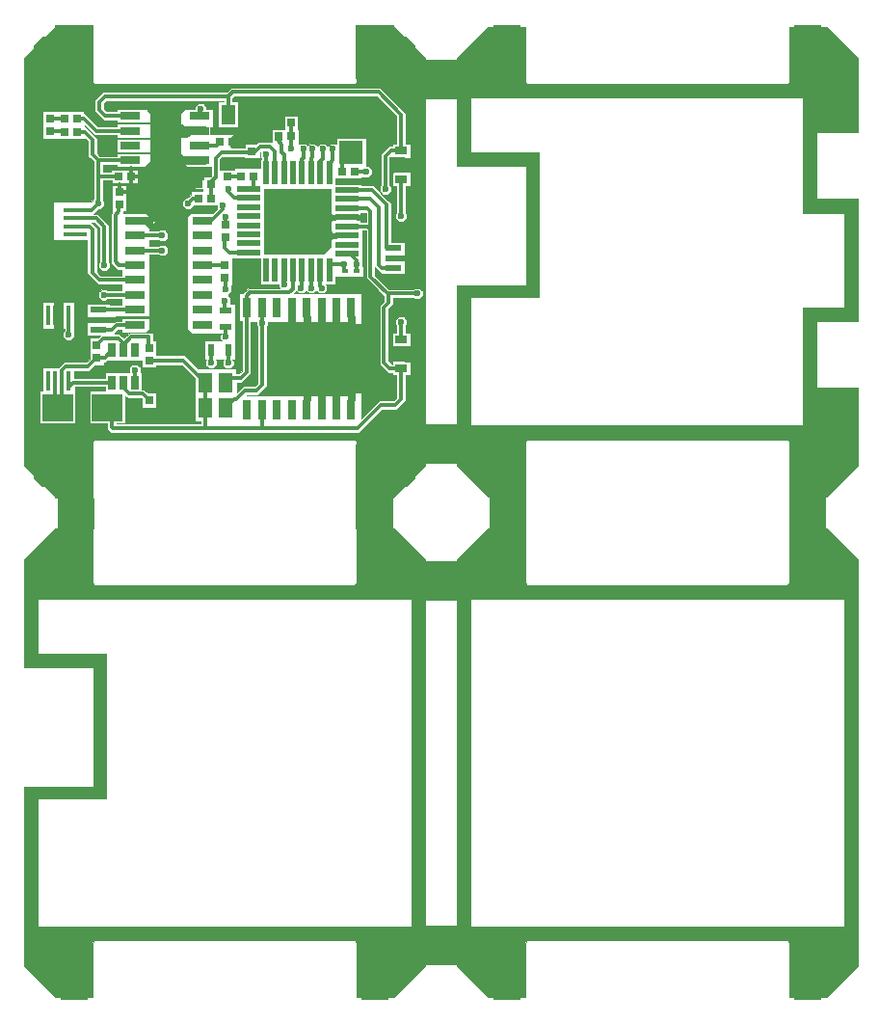
<source format=gbr>
%FSLAX34Y34*%
%MOMM*%
%LNCOPPER_TOP*%
G71*
G01*
%ADD10R, 2.10X0.40*%
%ADD11R, 1.90X2.30*%
%ADD12R, 2.20X7.80*%
%ADD13C, 0.30*%
%ADD14R, 0.50X2.00*%
%ADD15R, 2.00X0.50*%
%ADD16R, 1.40X0.50*%
%ADD17C, 0.10*%
%ADD18R, 0.60X0.40*%
%ADD19R, 2.70X2.40*%
%ADD20R, 0.40X1.80*%
%ADD21R, 0.70X1.20*%
%ADD22R, 0.80X0.70*%
%ADD23R, 1.80X0.70*%
%ADD24R, 1.10X0.60*%
%ADD25R, 0.60X1.10*%
%ADD26R, 0.70X0.80*%
%ADD27R, 2.70X4.30*%
%ADD28R, 1.30X1.80*%
%ADD29C, 0.60*%
%ADD30R, 3.50X4.80*%
%ADD31R, 2.00X2.00*%
%ADD32R, 0.70X1.80*%
%ADD33R, 1.10X1.40*%
%ADD34R, 1.00X0.70*%
%ADD35C, 1.00*%
%ADD36R, 0.50X1.20*%
%LPD*%
G36*
X685000Y993000D02*
X709000Y993000D01*
X709000Y945000D01*
X685000Y945000D01*
X685000Y993000D01*
G37*
G36*
X685000Y625000D02*
X709000Y625000D01*
X709000Y577000D01*
X685000Y577000D01*
X685000Y625000D01*
G37*
G36*
X421000Y625000D02*
X445000Y625000D01*
X445000Y577000D01*
X421000Y577000D01*
X421000Y625000D01*
G37*
G36*
X41000Y553000D02*
X65000Y553000D01*
X65000Y505000D01*
X41000Y505000D01*
X41000Y553000D01*
G37*
G36*
X305000Y553000D02*
X329000Y553000D01*
X329000Y505000D01*
X305000Y505000D01*
X305000Y553000D01*
G37*
G36*
X305000Y185000D02*
X329000Y185000D01*
X329000Y137000D01*
X305000Y137000D01*
X305000Y185000D01*
G37*
G36*
X41000Y185000D02*
X65000Y185000D01*
X65000Y137000D01*
X41000Y137000D01*
X41000Y185000D01*
G37*
G36*
X421000Y553000D02*
X445000Y553000D01*
X445000Y505000D01*
X421000Y505000D01*
X421000Y553000D01*
G37*
G36*
X685000Y553000D02*
X709000Y553000D01*
X709000Y505000D01*
X685000Y505000D01*
X685000Y553000D01*
G37*
G36*
X685000Y185000D02*
X709000Y185000D01*
X709000Y137000D01*
X685000Y137000D01*
X685000Y185000D01*
G37*
G36*
X421000Y185000D02*
X445000Y185000D01*
X445000Y137000D01*
X421000Y137000D01*
X421000Y185000D01*
G37*
X54000Y830000D02*
G54D10*
D03*
X54000Y823000D02*
G54D10*
D03*
X54000Y816000D02*
G54D10*
D03*
X54000Y802000D02*
G54D10*
D03*
X54000Y809000D02*
G54D10*
D03*
X51000Y849000D02*
G54D11*
D03*
X52000Y784000D02*
G54D11*
D03*
X24000Y816000D02*
G54D12*
D03*
G36*
X35000Y854000D02*
X42000Y854000D01*
X42000Y842000D01*
X33000Y842000D01*
X32000Y843000D01*
X35000Y854000D01*
G37*
G54D13*
X35000Y854000D02*
X42000Y854000D01*
X42000Y842000D01*
X33000Y842000D01*
X32000Y843000D01*
X35000Y854000D01*
X221000Y863000D02*
G54D14*
D03*
X229000Y863000D02*
G54D14*
D03*
X237000Y863000D02*
G54D14*
D03*
X245000Y863000D02*
G54D14*
D03*
X253000Y863000D02*
G54D14*
D03*
X261000Y863000D02*
G54D14*
D03*
X269000Y863000D02*
G54D14*
D03*
X277000Y863000D02*
G54D14*
D03*
X221000Y778000D02*
G54D14*
D03*
X229000Y778000D02*
G54D14*
D03*
X237000Y778000D02*
G54D14*
D03*
X245000Y778000D02*
G54D14*
D03*
X253000Y778000D02*
G54D14*
D03*
X261000Y778000D02*
G54D14*
D03*
X269000Y778000D02*
G54D14*
D03*
X277000Y778000D02*
G54D14*
D03*
X292000Y848000D02*
G54D15*
D03*
X292000Y840000D02*
G54D15*
D03*
X292000Y832000D02*
G54D15*
D03*
X292000Y824000D02*
G54D15*
D03*
X292000Y816000D02*
G54D15*
D03*
X292000Y808000D02*
G54D15*
D03*
X292000Y800000D02*
G54D15*
D03*
X292000Y792000D02*
G54D15*
D03*
X206000Y849000D02*
G54D15*
D03*
X206000Y841000D02*
G54D15*
D03*
X206000Y833000D02*
G54D15*
D03*
X206000Y825000D02*
G54D15*
D03*
X206000Y817000D02*
G54D15*
D03*
X206000Y809000D02*
G54D15*
D03*
X206000Y801000D02*
G54D15*
D03*
X206000Y793000D02*
G54D15*
D03*
X333000Y797000D02*
G54D16*
D03*
X333000Y788000D02*
G54D16*
D03*
X333000Y779000D02*
G54D16*
D03*
G36*
X282000Y826000D02*
X280000Y826000D01*
X278000Y828000D01*
X278000Y849000D01*
X220000Y849000D01*
X220000Y792000D01*
X272000Y792000D01*
X278000Y798000D01*
X278000Y804000D01*
X280000Y806000D01*
X283000Y806000D01*
X283000Y810000D01*
X280000Y810000D01*
X278000Y812000D01*
X278000Y820000D01*
X280000Y822000D01*
X282000Y822000D01*
X282000Y826000D01*
G37*
G54D17*
X282000Y826000D02*
X280000Y826000D01*
X278000Y828000D01*
X278000Y849000D01*
X220000Y849000D01*
X220000Y792000D01*
X272000Y792000D01*
X278000Y798000D01*
X278000Y804000D01*
X280000Y806000D01*
X283000Y806000D01*
X283000Y810000D01*
X280000Y810000D01*
X278000Y812000D01*
X278000Y820000D01*
X280000Y822000D01*
X282000Y822000D01*
X282000Y826000D01*
X290500Y776500D02*
G54D18*
D03*
X290500Y769500D02*
G54D18*
D03*
X300500Y776500D02*
G54D18*
D03*
X300500Y769500D02*
G54D18*
D03*
X38000Y657000D02*
G54D19*
D03*
X82000Y657000D02*
G54D19*
D03*
X48000Y738000D02*
G54D20*
D03*
X42000Y738000D02*
G54D20*
D03*
X36000Y738000D02*
G54D20*
D03*
X30000Y738000D02*
G54D20*
D03*
X48000Y680000D02*
G54D20*
D03*
X42000Y680000D02*
G54D20*
D03*
X36000Y680000D02*
G54D20*
D03*
X30000Y680000D02*
G54D20*
D03*
X86000Y679000D02*
G54D21*
D03*
X96000Y679000D02*
G54D21*
D03*
X106000Y679000D02*
G54D21*
D03*
X86000Y707000D02*
G54D21*
D03*
X96000Y707000D02*
G54D21*
D03*
X106000Y707000D02*
G54D21*
D03*
X118500Y663500D02*
G54D22*
D03*
X118500Y652500D02*
G54D22*
D03*
X72500Y711500D02*
G54D22*
D03*
X72500Y700500D02*
G54D22*
D03*
X106000Y821000D02*
G54D23*
D03*
X106000Y808000D02*
G54D23*
D03*
X106000Y795000D02*
G54D23*
D03*
X106000Y782000D02*
G54D23*
D03*
X106000Y769000D02*
G54D23*
D03*
X106000Y756000D02*
G54D23*
D03*
X106000Y743000D02*
G54D23*
D03*
X106000Y729000D02*
G54D23*
D03*
X165000Y821000D02*
G54D23*
D03*
X165000Y808000D02*
G54D23*
D03*
X165000Y795000D02*
G54D23*
D03*
X165000Y782000D02*
G54D23*
D03*
X165000Y769000D02*
G54D23*
D03*
X165000Y756000D02*
G54D23*
D03*
X165000Y743000D02*
G54D23*
D03*
X165000Y729000D02*
G54D23*
D03*
G54D13*
X106000Y808000D02*
X130000Y808000D01*
G54D13*
X106000Y795000D02*
X130000Y795000D01*
G36*
X119000Y820000D02*
X119000Y824000D01*
X114000Y829000D01*
X157000Y829000D01*
X152000Y824000D01*
X152000Y818000D01*
X122000Y818000D01*
X125000Y821000D01*
X121000Y821000D01*
X121000Y820000D01*
X119000Y820000D01*
G37*
G54D17*
X119000Y820000D02*
X119000Y824000D01*
X114000Y829000D01*
X157000Y829000D01*
X152000Y824000D01*
X152000Y818000D01*
X122000Y818000D01*
X125000Y821000D01*
X121000Y821000D01*
X121000Y820000D01*
X119000Y820000D01*
G36*
X119000Y820000D02*
X119000Y812000D01*
X127000Y812000D01*
X128000Y813000D01*
X132000Y813000D01*
X135000Y810000D01*
X152000Y810000D01*
X152000Y818000D01*
X122000Y818000D01*
X121000Y817000D01*
X121000Y820000D01*
X119000Y820000D01*
G37*
G54D17*
X119000Y820000D02*
X119000Y812000D01*
X127000Y812000D01*
X128000Y813000D01*
X132000Y813000D01*
X135000Y810000D01*
X152000Y810000D01*
X152000Y818000D01*
X122000Y818000D01*
X121000Y817000D01*
X121000Y820000D01*
X119000Y820000D01*
G36*
X119000Y804000D02*
X127000Y804000D01*
X128000Y803000D01*
X132000Y803000D01*
X135000Y806000D01*
X135000Y810000D01*
X152000Y810000D01*
X152000Y726000D01*
X119000Y726000D01*
X119000Y791000D01*
X127000Y791000D01*
X128000Y790000D01*
X132000Y790000D01*
X135000Y793000D01*
X135000Y797000D01*
X132000Y800000D01*
X128000Y800000D01*
X127000Y799000D01*
X119000Y799000D01*
X119000Y804000D01*
G37*
G54D17*
X119000Y804000D02*
X127000Y804000D01*
X128000Y803000D01*
X132000Y803000D01*
X135000Y806000D01*
X135000Y810000D01*
X152000Y810000D01*
X152000Y726000D01*
X119000Y726000D01*
X119000Y791000D01*
X127000Y791000D01*
X128000Y790000D01*
X132000Y790000D01*
X135000Y793000D01*
X135000Y797000D01*
X132000Y800000D01*
X128000Y800000D01*
X127000Y799000D01*
X119000Y799000D01*
X119000Y804000D01*
G36*
X119000Y824000D02*
X119000Y814000D01*
X114000Y819000D01*
X114000Y824000D01*
X119000Y824000D01*
G37*
G54D17*
X119000Y824000D02*
X119000Y814000D01*
X114000Y819000D01*
X114000Y824000D01*
X119000Y824000D01*
X74000Y743000D02*
G54D16*
D03*
X74000Y734000D02*
G54D16*
D03*
X74000Y725000D02*
G54D16*
D03*
X185500Y742500D02*
G54D24*
D03*
X185500Y727500D02*
G54D24*
D03*
X173000Y707000D02*
G54D25*
D03*
X188000Y707000D02*
G54D25*
D03*
X184595Y782000D02*
G54D22*
D03*
X184595Y771000D02*
G54D22*
D03*
X192000Y890000D02*
G54D26*
D03*
X181000Y890000D02*
G54D26*
D03*
X102000Y913000D02*
G54D23*
D03*
X102000Y900000D02*
G54D23*
D03*
X102000Y887000D02*
G54D23*
D03*
X102000Y874000D02*
G54D23*
D03*
X163000Y913000D02*
G54D23*
D03*
X163000Y900000D02*
G54D23*
D03*
X163000Y887000D02*
G54D23*
D03*
X163000Y874000D02*
G54D23*
D03*
X133000Y894000D02*
G54D27*
D03*
G36*
X168000Y902000D02*
X149000Y902000D01*
X146000Y905000D01*
X141000Y905000D01*
X141000Y874000D01*
X146000Y874000D01*
X147000Y873000D01*
X148000Y873000D01*
X149000Y872000D01*
X168000Y872000D01*
X168000Y876000D01*
X148000Y876000D01*
X145000Y879000D01*
X145000Y895000D01*
X152000Y895000D01*
X155000Y898000D01*
X161000Y898000D01*
X163000Y900000D01*
X166000Y900000D01*
X168000Y902000D01*
G37*
G54D13*
X168000Y902000D02*
X149000Y902000D01*
X146000Y905000D01*
X141000Y905000D01*
X141000Y874000D01*
X146000Y874000D01*
X147000Y873000D01*
X148000Y873000D01*
X149000Y872000D01*
X168000Y872000D01*
X168000Y876000D01*
X148000Y876000D01*
X145000Y879000D01*
X145000Y895000D01*
X152000Y895000D01*
X155000Y898000D01*
X161000Y898000D01*
X163000Y900000D01*
X166000Y900000D01*
X168000Y902000D01*
X188000Y914000D02*
G54D28*
D03*
X206000Y914000D02*
G54D28*
D03*
X55000Y911000D02*
G54D26*
D03*
X44000Y911000D02*
G54D26*
D03*
X55000Y899000D02*
G54D26*
D03*
X44000Y899000D02*
G54D26*
D03*
X31500Y910500D02*
G54D22*
D03*
X31500Y899500D02*
G54D22*
D03*
X118500Y709500D02*
G54D22*
D03*
X118500Y698500D02*
G54D22*
D03*
X243000Y884000D02*
G54D29*
D03*
X254000Y884000D02*
G54D29*
D03*
X262000Y884000D02*
G54D29*
D03*
X271000Y884000D02*
G54D29*
D03*
X280000Y884000D02*
G54D29*
D03*
G54D13*
X280000Y884000D02*
X280000Y874000D01*
X277000Y871000D01*
X277000Y863000D01*
G54D13*
X271000Y884000D02*
X271000Y875000D01*
X269000Y873000D01*
X269000Y863000D01*
G54D13*
X262000Y884000D02*
X262000Y877000D01*
X261000Y876000D01*
X261000Y863000D01*
G54D13*
X254000Y884000D02*
X254000Y876000D01*
X253000Y875000D01*
X253000Y866000D01*
X326000Y849000D02*
G54D29*
D03*
X340000Y825000D02*
G54D29*
D03*
X340000Y732000D02*
G54D29*
D03*
X354000Y757000D02*
G54D29*
D03*
X290000Y783000D02*
G54D29*
D03*
X301000Y783000D02*
G54D29*
D03*
G54D13*
X333000Y797000D02*
X327000Y797000D01*
X327000Y835000D01*
X314000Y848000D01*
X292000Y848000D01*
G54D13*
X333000Y779000D02*
X323000Y779000D01*
X320000Y782000D01*
X320000Y833000D01*
X313000Y840000D01*
X292000Y840000D01*
G54D13*
X340000Y883000D02*
X331000Y883000D01*
X326000Y878000D01*
X326000Y849000D01*
G54D13*
X340000Y857000D02*
X340000Y825000D01*
G54D13*
X340000Y691000D02*
X340000Y677000D01*
G54D13*
X340000Y732000D02*
X340000Y717000D01*
G54D13*
X292000Y816000D02*
X310000Y816000D01*
X313000Y813000D01*
X313000Y772000D01*
X328000Y757000D01*
X354000Y757000D01*
G54D13*
X269000Y778000D02*
X269000Y763000D01*
X270000Y762000D01*
G54D13*
X261000Y778000D02*
X261000Y762000D01*
X261000Y762000D02*
G54D29*
D03*
X270000Y762000D02*
G54D29*
D03*
X186000Y719000D02*
G54D29*
D03*
X188000Y696000D02*
G54D29*
D03*
X130000Y808000D02*
G54D29*
D03*
X130000Y795000D02*
G54D29*
D03*
X185000Y751000D02*
G54D29*
D03*
X173000Y696000D02*
G54D29*
D03*
G54D13*
X72500Y711500D02*
X78500Y717500D01*
X91500Y717500D01*
X96000Y713000D01*
X96000Y707000D01*
X96000Y712000D01*
X103000Y719000D01*
X118000Y719000D01*
X118000Y711000D01*
X118500Y710500D01*
G54D13*
X48000Y675000D02*
X52000Y679000D01*
X86000Y679000D01*
X106000Y690000D02*
G54D29*
D03*
X48000Y721000D02*
G54D29*
D03*
G54D13*
X48000Y738000D02*
X48000Y721000D01*
G54D13*
X106000Y690000D02*
X106000Y677000D01*
G54D13*
X74000Y743000D02*
X106000Y743000D01*
G54D13*
X74000Y725000D02*
X86000Y725000D01*
X90000Y729000D01*
X106000Y729000D01*
G54D13*
X54000Y816000D02*
X66000Y816000D01*
X69000Y813000D01*
X69000Y775000D01*
X75000Y769000D01*
X106000Y769000D01*
G54D13*
X54000Y823000D02*
X72000Y823000D01*
X79000Y816000D01*
X79000Y782000D01*
G54D13*
X106000Y756000D02*
X79000Y756000D01*
X79000Y782000D02*
G54D29*
D03*
X79000Y756000D02*
G54D29*
D03*
G54D13*
X31500Y899500D02*
X41500Y899500D01*
X42000Y900000D01*
G54D13*
X31500Y910500D02*
X41500Y910500D01*
X42000Y911000D01*
G54D13*
X55000Y911000D02*
X61000Y911000D01*
X72000Y900000D01*
X102000Y900000D01*
G54D13*
X55000Y899000D02*
X62000Y899000D01*
X69000Y892000D01*
X69000Y879000D01*
X74000Y874000D01*
X102000Y874000D01*
G54D13*
X54000Y830000D02*
X68000Y830000D01*
X74000Y836000D01*
X74000Y874000D01*
G54D13*
X165000Y821000D02*
X173000Y821000D01*
X183000Y831000D01*
X183000Y834000D01*
X183000Y834000D02*
G54D29*
D03*
X74000Y836000D02*
G54D29*
D03*
G54D13*
X188000Y914000D02*
X188000Y930000D01*
G54D13*
X102000Y913000D02*
X80000Y913000D01*
X75000Y918000D01*
X75000Y925000D01*
X80000Y930000D01*
G54D13*
X86000Y657000D02*
X86000Y640000D01*
G54D13*
X86000Y640000D02*
X87000Y639000D01*
X302000Y639000D01*
X322000Y659000D01*
X335000Y659000D01*
X340000Y664000D01*
X340000Y677000D01*
G54D13*
X340000Y883000D02*
X340000Y914000D01*
X320000Y934000D01*
X192000Y934000D01*
X188000Y930000D01*
X80000Y930000D01*
X53000Y969000D02*
G54D30*
D03*
X317000Y969000D02*
G54D30*
D03*
X317000Y601000D02*
G54D30*
D03*
X53000Y601000D02*
G54D30*
D03*
X185500Y817500D02*
G54D22*
D03*
X185500Y806500D02*
G54D22*
D03*
G54D13*
X167000Y782000D02*
X184595Y782000D01*
X185437Y781158D01*
X186000Y824000D02*
G54D29*
D03*
G54D13*
X186000Y824000D02*
X186000Y818000D01*
X185500Y817500D01*
G54D13*
X253000Y778000D02*
X253000Y763000D01*
X252000Y762000D01*
X252000Y762000D02*
G54D29*
D03*
X186000Y761000D02*
G54D29*
D03*
G54D13*
X185437Y770158D02*
X185437Y761563D01*
X186000Y761000D01*
X164000Y919000D02*
G54D29*
D03*
G54D13*
X164000Y919000D02*
X164000Y914000D01*
X163000Y913000D01*
X92437Y846158D02*
G54D22*
D03*
X92437Y835158D02*
G54D22*
D03*
G54D13*
X106000Y782000D02*
X92000Y782000D01*
X89000Y785000D01*
X89000Y826000D01*
X92000Y829000D01*
X92000Y834721D01*
X92437Y835158D01*
X102938Y859658D02*
G54D26*
D03*
X91938Y859658D02*
G54D26*
D03*
G54D13*
X91938Y859658D02*
X74342Y859658D01*
X74000Y860000D01*
X243000Y907000D02*
G54D26*
D03*
X232000Y907000D02*
G54D26*
D03*
X187000Y860000D02*
G54D22*
D03*
X187000Y871000D02*
G54D22*
D03*
X199000Y860000D02*
G54D26*
D03*
X210000Y860000D02*
G54D26*
D03*
G54D13*
X165000Y887000D02*
X178000Y887000D01*
X181000Y890000D01*
G54D13*
X210000Y860000D02*
X210000Y849000D01*
X299000Y864000D02*
G54D26*
D03*
X288000Y864000D02*
G54D26*
D03*
G54D13*
X221000Y863000D02*
X221000Y876000D01*
X221000Y879000D01*
G54D13*
X301000Y783000D02*
X301000Y786000D01*
X295000Y792000D01*
G54D13*
X290000Y783000D02*
X277000Y783000D01*
G54D13*
X301000Y783000D02*
X301000Y777000D01*
X300500Y776500D01*
G54D13*
X290000Y783000D02*
X290000Y777000D01*
X290500Y776500D01*
G54D13*
X173000Y707000D02*
X173000Y696000D01*
G54D13*
X188000Y707000D02*
X188000Y696000D01*
G54D13*
X206000Y793000D02*
X189000Y793000D01*
X185000Y797000D01*
X185000Y806000D01*
X185500Y806500D01*
X296000Y881000D02*
G54D31*
D03*
X296000Y918000D02*
G54D31*
D03*
G54D13*
X288000Y864000D02*
X288000Y880000D01*
X309000Y864000D02*
G54D29*
D03*
G54D13*
X309000Y864000D02*
X299000Y864000D01*
X221000Y879000D02*
G54D29*
D03*
X296000Y745000D02*
G54D32*
D03*
X283000Y745000D02*
G54D32*
D03*
X270000Y745000D02*
G54D32*
D03*
X257000Y745000D02*
G54D32*
D03*
X244000Y745000D02*
G54D32*
D03*
X231000Y745000D02*
G54D32*
D03*
X218000Y745000D02*
G54D32*
D03*
X204000Y745000D02*
G54D32*
D03*
X296000Y655000D02*
G54D32*
D03*
X283000Y655000D02*
G54D32*
D03*
X270000Y655000D02*
G54D32*
D03*
X257000Y655000D02*
G54D32*
D03*
X244000Y655000D02*
G54D32*
D03*
X231000Y655000D02*
G54D32*
D03*
X218000Y655000D02*
G54D32*
D03*
X204000Y655000D02*
G54D32*
D03*
X168000Y679000D02*
G54D28*
D03*
X186000Y679000D02*
G54D28*
D03*
G54D13*
X185000Y751000D02*
X185000Y743000D01*
X185500Y742500D01*
G54D13*
X185500Y727500D02*
X185500Y719500D01*
X186000Y719000D01*
X168000Y657000D02*
G54D28*
D03*
X186000Y657000D02*
G54D28*
D03*
G54D13*
X168000Y679000D02*
X168000Y657000D01*
X168000Y640000D01*
G54D13*
X204000Y745000D02*
X204000Y755000D01*
X207000Y758000D01*
X242000Y758000D01*
X245000Y761000D01*
X245000Y778000D01*
G54D13*
X218000Y655000D02*
X218000Y640000D01*
G54D13*
X218000Y745000D02*
X218000Y731000D01*
X237000Y765000D02*
G54D29*
D03*
G54D13*
X237000Y765000D02*
X237000Y778000D01*
X218000Y731000D02*
G54D29*
D03*
G54D13*
X204000Y745000D02*
X204000Y688000D01*
X199000Y683000D01*
X190000Y683000D01*
X186000Y679000D01*
G54D13*
X218000Y731000D02*
X218000Y677000D01*
X213000Y672000D01*
X203000Y672000D01*
X195000Y664000D01*
X193000Y664000D01*
X186000Y657000D01*
G54D13*
X36000Y680000D02*
X36000Y663000D01*
X42000Y663000D01*
X42000Y680000D01*
X42000Y690000D01*
X45000Y693000D01*
X65000Y693000D01*
X72500Y700500D01*
G54D13*
X72500Y700500D02*
X79500Y700500D01*
X86000Y707000D01*
G54D13*
X96000Y679000D02*
X96000Y674000D01*
X101000Y669000D01*
X113000Y669000D01*
X118500Y663500D01*
G54D13*
X118500Y698500D02*
X148500Y698500D01*
X168000Y679000D01*
G54D13*
X187000Y860000D02*
X199000Y860000D01*
G54D13*
X206000Y841000D02*
X193000Y841000D01*
X188000Y846000D01*
X188000Y849000D01*
X188000Y849000D02*
G54D29*
D03*
G54D13*
X313000Y811000D02*
X313000Y829000D01*
X310000Y832000D01*
X292000Y832000D01*
G54D13*
X174000Y856000D02*
X177000Y859000D01*
X177000Y876000D01*
X182000Y881000D01*
X211000Y881000D01*
X216000Y886000D01*
X225000Y886000D01*
X229000Y882000D01*
X229000Y863000D01*
X338000Y870000D02*
G54D33*
D03*
X340000Y883000D02*
G54D34*
D03*
X340000Y857000D02*
G54D34*
D03*
X353000Y886000D02*
G54D35*
D03*
X353000Y853000D02*
G54D35*
D03*
X359000Y885000D02*
G54D36*
D03*
X359000Y854000D02*
G54D36*
D03*
X338000Y704000D02*
G54D33*
D03*
X340000Y717000D02*
G54D34*
D03*
X340000Y691000D02*
G54D34*
D03*
X353000Y720000D02*
G54D35*
D03*
X353000Y687000D02*
G54D35*
D03*
X359000Y719000D02*
G54D36*
D03*
X359000Y688000D02*
G54D36*
D03*
G54D13*
X340000Y691000D02*
X330000Y691000D01*
X325000Y696000D01*
X325000Y745000D01*
X329000Y749000D01*
X329000Y756000D01*
X328000Y757000D01*
G36*
X69000Y991000D02*
X69000Y943000D01*
X71000Y941000D01*
X299000Y941000D01*
X301000Y943000D01*
X301000Y991000D01*
X334000Y991000D01*
X361000Y964000D01*
X361000Y938000D01*
X191000Y938000D01*
X187000Y934000D01*
X9000Y934000D01*
X9000Y964000D01*
X36000Y991000D01*
X69000Y991000D01*
G37*
G54D17*
X69000Y991000D02*
X69000Y943000D01*
X71000Y941000D01*
X299000Y941000D01*
X301000Y943000D01*
X301000Y991000D01*
X334000Y991000D01*
X361000Y964000D01*
X361000Y938000D01*
X191000Y938000D01*
X187000Y934000D01*
X9000Y934000D01*
X9000Y964000D01*
X36000Y991000D01*
X69000Y991000D01*
G36*
X69000Y579000D02*
X69000Y627000D01*
X71000Y629000D01*
X299000Y629000D01*
X301000Y627000D01*
X301000Y579000D01*
X334000Y579000D01*
X361000Y606000D01*
X361000Y635000D01*
X9000Y635000D01*
X9000Y606000D01*
X36000Y579000D01*
X69000Y579000D01*
G37*
G54D17*
X69000Y579000D02*
X69000Y627000D01*
X71000Y629000D01*
X299000Y629000D01*
X301000Y627000D01*
X301000Y579000D01*
X334000Y579000D01*
X361000Y606000D01*
X361000Y635000D01*
X9000Y635000D01*
X9000Y606000D01*
X36000Y579000D01*
X69000Y579000D01*
G36*
X85000Y870000D02*
X90000Y870000D01*
X90000Y868000D01*
X173000Y868000D01*
X173000Y860000D01*
X166000Y860000D01*
X166000Y857000D01*
X159000Y857000D01*
X159000Y849000D01*
X165000Y849000D01*
X165000Y847000D01*
X155000Y847000D01*
X155000Y844000D01*
X152000Y841000D01*
X151000Y841000D01*
X148000Y838000D01*
X148000Y834000D01*
X151000Y831000D01*
X155000Y831000D01*
X158000Y834000D01*
X178000Y834000D01*
X178000Y831000D01*
X175000Y828000D01*
X96000Y828000D01*
X96000Y829000D01*
X98279Y829000D01*
X98437Y829158D01*
X98437Y852158D01*
X85158Y852158D01*
X85000Y852000D01*
X85000Y854000D01*
X108596Y854000D01*
X108938Y853658D01*
X108938Y865658D01*
X85342Y865658D01*
X85000Y866000D01*
X85000Y870000D01*
G37*
G54D17*
X85000Y870000D02*
X90000Y870000D01*
X90000Y868000D01*
X173000Y868000D01*
X173000Y860000D01*
X166000Y860000D01*
X166000Y857000D01*
X159000Y857000D01*
X159000Y849000D01*
X165000Y849000D01*
X165000Y847000D01*
X155000Y847000D01*
X155000Y844000D01*
X152000Y841000D01*
X151000Y841000D01*
X148000Y838000D01*
X148000Y834000D01*
X151000Y831000D01*
X155000Y831000D01*
X158000Y834000D01*
X178000Y834000D01*
X178000Y831000D01*
X175000Y828000D01*
X96000Y828000D01*
X96000Y829000D01*
X98279Y829000D01*
X98437Y829158D01*
X98437Y852158D01*
X85158Y852158D01*
X85000Y852000D01*
X85000Y854000D01*
X108596Y854000D01*
X108938Y853658D01*
X108938Y865658D01*
X85342Y865658D01*
X85000Y866000D01*
X85000Y870000D01*
G54D13*
X102938Y859658D02*
X113342Y859658D01*
X114000Y859000D01*
G54D13*
X102938Y859658D02*
X102938Y846062D01*
X103000Y846000D01*
X92595Y846000D01*
X92437Y846158D01*
X92437Y852437D01*
X93000Y853000D01*
G54D13*
X102938Y859658D02*
X102938Y866938D01*
X103000Y867000D01*
G36*
X9000Y934000D02*
X78000Y934000D01*
X71000Y927000D01*
X71000Y917000D01*
X79000Y909000D01*
X90000Y909000D01*
X90000Y904000D01*
X73000Y904000D01*
X61000Y916000D01*
X61000Y917000D01*
X9000Y917000D01*
X9000Y934000D01*
G37*
G54D17*
X9000Y934000D02*
X78000Y934000D01*
X71000Y927000D01*
X71000Y917000D01*
X79000Y909000D01*
X90000Y909000D01*
X90000Y904000D01*
X73000Y904000D01*
X61000Y916000D01*
X61000Y917000D01*
X9000Y917000D01*
X9000Y934000D01*
G36*
X120000Y873000D02*
X115000Y868000D01*
X151000Y868000D01*
X151000Y869000D01*
X147000Y873000D01*
X120000Y873000D01*
G37*
G54D17*
X120000Y873000D02*
X115000Y868000D01*
X151000Y868000D01*
X151000Y869000D01*
X147000Y873000D01*
X120000Y873000D01*
G36*
X9000Y917000D02*
X25000Y917000D01*
X25000Y885000D01*
X65000Y885000D01*
X65000Y878000D01*
X70000Y873000D01*
X70000Y840000D01*
X68000Y838000D01*
X9000Y838000D01*
X9000Y917000D01*
G37*
G54D17*
X9000Y917000D02*
X25000Y917000D01*
X25000Y885000D01*
X65000Y885000D01*
X65000Y878000D01*
X70000Y873000D01*
X70000Y840000D01*
X68000Y838000D01*
X9000Y838000D01*
X9000Y917000D01*
G36*
X25000Y885000D02*
X25000Y893000D01*
X63000Y893000D01*
X65000Y891000D01*
X65000Y885000D01*
X25000Y885000D01*
G37*
G54D17*
X25000Y885000D02*
X25000Y893000D01*
X63000Y893000D01*
X65000Y891000D01*
X65000Y885000D01*
X25000Y885000D01*
G36*
X90000Y896000D02*
X90000Y878000D01*
X75000Y878000D01*
X73000Y880000D01*
X73000Y893000D01*
X62000Y904000D01*
X62000Y905000D01*
X71000Y896000D01*
X90000Y896000D01*
G37*
G54D17*
X90000Y896000D02*
X90000Y878000D01*
X75000Y878000D01*
X73000Y880000D01*
X73000Y893000D01*
X62000Y904000D01*
X62000Y905000D01*
X71000Y896000D01*
X90000Y896000D01*
G36*
X184000Y926000D02*
X179000Y926000D01*
X179000Y903000D01*
X196000Y903000D01*
X197000Y904000D01*
X226000Y904000D01*
X226000Y897000D01*
X172000Y897000D01*
X172000Y903000D01*
X175000Y903000D01*
X175000Y919000D01*
X169000Y919000D01*
X169000Y921000D01*
X166000Y924000D01*
X162000Y924000D01*
X159000Y921000D01*
X159000Y919000D01*
X150000Y919000D01*
X146000Y915000D01*
X120000Y915000D01*
X116000Y919000D01*
X90000Y919000D01*
X90000Y917000D01*
X81000Y917000D01*
X79000Y919000D01*
X79000Y924000D01*
X81000Y926000D01*
X184000Y926000D01*
G37*
G54D17*
X184000Y926000D02*
X179000Y926000D01*
X179000Y903000D01*
X196000Y903000D01*
X197000Y904000D01*
X226000Y904000D01*
X226000Y897000D01*
X172000Y897000D01*
X172000Y903000D01*
X175000Y903000D01*
X175000Y919000D01*
X169000Y919000D01*
X169000Y921000D01*
X166000Y924000D01*
X162000Y924000D01*
X159000Y921000D01*
X159000Y919000D01*
X150000Y919000D01*
X146000Y915000D01*
X120000Y915000D01*
X116000Y919000D01*
X90000Y919000D01*
X90000Y917000D01*
X81000Y917000D01*
X79000Y919000D01*
X79000Y924000D01*
X81000Y926000D01*
X184000Y926000D01*
G54D17*
X89000Y907000D02*
X120000Y907000D01*
X120000Y906000D01*
X90000Y906000D01*
X90000Y907000D01*
G54D17*
X89000Y894000D02*
X120000Y894000D01*
X120000Y893000D01*
X90000Y893000D01*
X90000Y894000D01*
G54D17*
X89000Y881000D02*
X120000Y881000D01*
X120000Y880000D01*
X90000Y880000D01*
X90000Y881000D01*
G36*
X86000Y870000D02*
X78000Y870000D01*
X78000Y864000D01*
X85000Y864000D01*
X85000Y870000D01*
X86000Y870000D01*
G37*
G54D17*
X86000Y870000D02*
X78000Y870000D01*
X78000Y864000D01*
X85000Y864000D01*
X85000Y870000D01*
X86000Y870000D01*
G36*
X9000Y838000D02*
X9000Y778000D01*
X14000Y778000D01*
X14000Y838000D01*
X9000Y838000D01*
G37*
G54D17*
X9000Y838000D02*
X9000Y778000D01*
X14000Y778000D01*
X14000Y838000D01*
X9000Y838000D01*
G36*
X190000Y894000D02*
X193000Y897000D01*
X226000Y897000D01*
X226000Y890000D01*
X214000Y890000D01*
X213000Y889000D01*
X203000Y889000D01*
X203000Y885000D01*
X191000Y885000D01*
X190000Y886000D01*
X190000Y894000D01*
G37*
G54D17*
X190000Y894000D02*
X193000Y897000D01*
X226000Y897000D01*
X226000Y890000D01*
X214000Y890000D01*
X213000Y889000D01*
X203000Y889000D01*
X203000Y885000D01*
X191000Y885000D01*
X190000Y886000D01*
X190000Y894000D01*
X200000Y899000D02*
G54D29*
D03*
G36*
X319000Y930000D02*
X336000Y913000D01*
X336000Y889000D01*
X332000Y889000D01*
X332000Y887000D01*
X330000Y887000D01*
X322000Y879000D01*
X322000Y852000D01*
X321000Y851000D01*
X321000Y847000D01*
X324000Y844000D01*
X323000Y844000D01*
X321000Y846000D01*
X315000Y852000D01*
X305000Y852000D01*
X305000Y853000D01*
X282000Y853000D01*
X282000Y858000D01*
X305000Y858000D01*
X305000Y859000D01*
X311000Y859000D01*
X314000Y862000D01*
X314000Y866000D01*
X311000Y869000D01*
X309000Y869000D01*
X309000Y894000D01*
X283000Y894000D01*
X283000Y889000D01*
X278000Y889000D01*
X276000Y887000D01*
X275000Y887000D01*
X273000Y889000D01*
X269000Y889000D01*
X267000Y887000D01*
X266000Y887000D01*
X264000Y889000D01*
X260000Y889000D01*
X258000Y887000D01*
X256000Y889000D01*
X254000Y889000D01*
X252000Y889000D01*
X250000Y889000D01*
X250000Y901000D01*
X249000Y901000D01*
X249000Y926000D01*
X192000Y926000D01*
X192000Y928000D01*
X194000Y930000D01*
X319000Y930000D01*
G37*
G54D17*
X319000Y930000D02*
X336000Y913000D01*
X336000Y889000D01*
X332000Y889000D01*
X332000Y887000D01*
X330000Y887000D01*
X322000Y879000D01*
X322000Y852000D01*
X321000Y851000D01*
X321000Y847000D01*
X324000Y844000D01*
X323000Y844000D01*
X321000Y846000D01*
X315000Y852000D01*
X305000Y852000D01*
X305000Y853000D01*
X282000Y853000D01*
X282000Y858000D01*
X305000Y858000D01*
X305000Y859000D01*
X311000Y859000D01*
X314000Y862000D01*
X314000Y866000D01*
X311000Y869000D01*
X309000Y869000D01*
X309000Y894000D01*
X283000Y894000D01*
X283000Y889000D01*
X278000Y889000D01*
X276000Y887000D01*
X275000Y887000D01*
X273000Y889000D01*
X269000Y889000D01*
X267000Y887000D01*
X266000Y887000D01*
X264000Y889000D01*
X260000Y889000D01*
X258000Y887000D01*
X256000Y889000D01*
X254000Y889000D01*
X252000Y889000D01*
X250000Y889000D01*
X250000Y901000D01*
X249000Y901000D01*
X249000Y926000D01*
X192000Y926000D01*
X192000Y928000D01*
X194000Y930000D01*
X319000Y930000D01*
G36*
X197000Y904000D02*
X217000Y904000D01*
X217000Y926000D01*
X197000Y926000D01*
X197000Y904000D01*
G37*
G54D17*
X197000Y904000D02*
X217000Y904000D01*
X217000Y926000D01*
X197000Y926000D01*
X197000Y904000D01*
X317000Y911000D02*
G54D29*
D03*
X22000Y875000D02*
G54D29*
D03*
G36*
X215000Y876000D02*
X216000Y877000D01*
X216000Y881000D01*
X216000Y877000D01*
X217000Y876000D01*
X217000Y875000D01*
X216000Y875000D01*
X216000Y867000D01*
X193000Y867000D01*
X193000Y866000D01*
X181000Y866000D01*
X181000Y875000D01*
X183000Y877000D01*
X202000Y877000D01*
X203000Y876000D01*
X215000Y876000D01*
G37*
G54D17*
X215000Y876000D02*
X216000Y877000D01*
X216000Y881000D01*
X216000Y877000D01*
X217000Y876000D01*
X217000Y875000D01*
X216000Y875000D01*
X216000Y867000D01*
X193000Y867000D01*
X193000Y866000D01*
X181000Y866000D01*
X181000Y875000D01*
X183000Y877000D01*
X202000Y877000D01*
X203000Y876000D01*
X215000Y876000D01*
X198000Y871000D02*
G54D29*
D03*
G36*
X361000Y635000D02*
X303000Y635000D01*
X323000Y655000D01*
X336000Y655000D01*
X344000Y663000D01*
X344000Y685000D01*
X348000Y685000D01*
X348000Y697000D01*
X343000Y697000D01*
X343000Y711000D01*
X348000Y711000D01*
X348000Y723000D01*
X344000Y723000D01*
X344000Y729000D01*
X345000Y730000D01*
X345000Y734000D01*
X342000Y737000D01*
X338000Y737000D01*
X335000Y734000D01*
X335000Y730000D01*
X336000Y729000D01*
X336000Y723000D01*
X332000Y723000D01*
X332000Y695000D01*
X329000Y698000D01*
X329000Y744000D01*
X333000Y748000D01*
X333000Y753000D01*
X351000Y753000D01*
X352000Y752000D01*
X356000Y752000D01*
X359000Y755000D01*
X359000Y759000D01*
X356000Y762000D01*
X352000Y762000D01*
X351000Y761000D01*
X329000Y761000D01*
X317000Y773000D01*
X317000Y780000D01*
X323000Y774000D01*
X343000Y774000D01*
X343000Y786000D01*
X339000Y786000D01*
X339000Y790000D01*
X343000Y790000D01*
X343000Y802000D01*
X331000Y802000D01*
X331000Y836000D01*
X323000Y844000D01*
X328000Y844000D01*
X331000Y847000D01*
X331000Y851000D01*
X330000Y852000D01*
X330000Y877000D01*
X333000Y877000D01*
X333000Y863000D01*
X332000Y862000D01*
X332000Y851000D01*
X336000Y851000D01*
X336000Y828000D01*
X335000Y827000D01*
X335000Y823000D01*
X338000Y820000D01*
X342000Y820000D01*
X345000Y823000D01*
X345000Y827000D01*
X344000Y828000D01*
X344000Y851000D01*
X348000Y851000D01*
X348000Y864000D01*
X343000Y864000D01*
X343000Y876000D01*
X348000Y876000D01*
X348000Y889000D01*
X344000Y889000D01*
X344000Y915000D01*
X321000Y938000D01*
X361000Y938000D01*
X361000Y635000D01*
G37*
G54D17*
X361000Y635000D02*
X303000Y635000D01*
X323000Y655000D01*
X336000Y655000D01*
X344000Y663000D01*
X344000Y685000D01*
X348000Y685000D01*
X348000Y697000D01*
X343000Y697000D01*
X343000Y711000D01*
X348000Y711000D01*
X348000Y723000D01*
X344000Y723000D01*
X344000Y729000D01*
X345000Y730000D01*
X345000Y734000D01*
X342000Y737000D01*
X338000Y737000D01*
X335000Y734000D01*
X335000Y730000D01*
X336000Y729000D01*
X336000Y723000D01*
X332000Y723000D01*
X332000Y695000D01*
X329000Y698000D01*
X329000Y744000D01*
X333000Y748000D01*
X333000Y753000D01*
X351000Y753000D01*
X352000Y752000D01*
X356000Y752000D01*
X359000Y755000D01*
X359000Y759000D01*
X356000Y762000D01*
X352000Y762000D01*
X351000Y761000D01*
X329000Y761000D01*
X317000Y773000D01*
X317000Y780000D01*
X323000Y774000D01*
X343000Y774000D01*
X343000Y786000D01*
X339000Y786000D01*
X339000Y790000D01*
X343000Y790000D01*
X343000Y802000D01*
X331000Y802000D01*
X331000Y836000D01*
X323000Y844000D01*
X328000Y844000D01*
X331000Y847000D01*
X331000Y851000D01*
X330000Y852000D01*
X330000Y877000D01*
X333000Y877000D01*
X333000Y863000D01*
X332000Y862000D01*
X332000Y851000D01*
X336000Y851000D01*
X336000Y828000D01*
X335000Y827000D01*
X335000Y823000D01*
X338000Y820000D01*
X342000Y820000D01*
X345000Y823000D01*
X345000Y827000D01*
X344000Y828000D01*
X344000Y851000D01*
X348000Y851000D01*
X348000Y864000D01*
X343000Y864000D01*
X343000Y876000D01*
X348000Y876000D01*
X348000Y889000D01*
X344000Y889000D01*
X344000Y915000D01*
X321000Y938000D01*
X361000Y938000D01*
X361000Y635000D01*
G36*
X301000Y826000D02*
X304000Y826000D01*
X304000Y828000D01*
X309000Y828000D01*
X309000Y820000D01*
X304000Y820000D01*
X304000Y822000D01*
X301000Y822000D01*
X301000Y826000D01*
G37*
G54D17*
X301000Y826000D02*
X304000Y826000D01*
X304000Y828000D01*
X309000Y828000D01*
X309000Y820000D01*
X304000Y820000D01*
X304000Y822000D01*
X301000Y822000D01*
X301000Y826000D01*
G36*
X229000Y732000D02*
X299000Y732000D01*
X299000Y668000D01*
X204000Y668000D01*
X214000Y668000D01*
X222000Y676000D01*
X222000Y728000D01*
X223000Y729000D01*
X223000Y732000D01*
X231000Y732000D01*
X229000Y732000D01*
G37*
G54D17*
X229000Y732000D02*
X299000Y732000D01*
X299000Y668000D01*
X204000Y668000D01*
X214000Y668000D01*
X222000Y676000D01*
X222000Y728000D01*
X223000Y729000D01*
X223000Y732000D01*
X231000Y732000D01*
X229000Y732000D01*
G36*
X241000Y737000D02*
X241000Y732000D01*
X247000Y732000D01*
X247000Y737000D01*
X241000Y737000D01*
G37*
G54D17*
X241000Y737000D02*
X241000Y732000D01*
X247000Y732000D01*
X247000Y737000D01*
X241000Y737000D01*
G36*
X254000Y737000D02*
X254000Y732000D01*
X260000Y732000D01*
X260000Y737000D01*
X254000Y737000D01*
G37*
G54D17*
X254000Y737000D02*
X254000Y732000D01*
X260000Y732000D01*
X260000Y737000D01*
X254000Y737000D01*
G36*
X267000Y737000D02*
X267000Y732000D01*
X273000Y732000D01*
X273000Y737000D01*
X267000Y737000D01*
G37*
G54D17*
X267000Y737000D02*
X267000Y732000D01*
X273000Y732000D01*
X273000Y737000D01*
X267000Y737000D01*
G36*
X280000Y737000D02*
X280000Y732000D01*
X286000Y732000D01*
X286000Y737000D01*
X280000Y737000D01*
G37*
G54D17*
X280000Y737000D02*
X280000Y732000D01*
X286000Y732000D01*
X286000Y737000D01*
X280000Y737000D01*
G36*
X293000Y737000D02*
X293000Y732000D01*
X299000Y732000D01*
X299000Y737000D01*
X293000Y737000D01*
G37*
G54D17*
X293000Y737000D02*
X293000Y732000D01*
X299000Y732000D01*
X299000Y737000D01*
X293000Y737000D01*
G36*
X254000Y668000D02*
X254000Y663000D01*
X260000Y663000D01*
X260000Y668000D01*
X254000Y668000D01*
G37*
G54D17*
X254000Y668000D02*
X254000Y663000D01*
X260000Y663000D01*
X260000Y668000D01*
X254000Y668000D01*
G36*
X267000Y668000D02*
X267000Y663000D01*
X273000Y663000D01*
X273000Y668000D01*
X267000Y668000D01*
G37*
G54D17*
X267000Y668000D02*
X267000Y663000D01*
X273000Y663000D01*
X273000Y668000D01*
X267000Y668000D01*
G36*
X280000Y668000D02*
X280000Y663000D01*
X286000Y663000D01*
X286000Y668000D01*
X280000Y668000D01*
G37*
G54D17*
X280000Y668000D02*
X280000Y663000D01*
X286000Y663000D01*
X286000Y668000D01*
X280000Y668000D01*
G36*
X293000Y668000D02*
X293000Y663000D01*
X299000Y663000D01*
X299000Y668000D01*
X293000Y668000D01*
G37*
G54D17*
X293000Y668000D02*
X293000Y663000D01*
X299000Y663000D01*
X299000Y668000D01*
X293000Y668000D01*
G36*
X208000Y687000D02*
X200000Y679000D01*
X196000Y679000D01*
X196000Y670000D01*
X202000Y676000D01*
X212000Y676000D01*
X214000Y678000D01*
X214000Y728000D01*
X213000Y729000D01*
X213000Y732000D01*
X208000Y732000D01*
X208000Y687000D01*
G37*
G54D17*
X208000Y687000D02*
X200000Y679000D01*
X196000Y679000D01*
X196000Y670000D01*
X202000Y676000D01*
X212000Y676000D01*
X214000Y678000D01*
X214000Y728000D01*
X213000Y729000D01*
X213000Y732000D01*
X208000Y732000D01*
X208000Y687000D01*
X211000Y719000D02*
G54D29*
D03*
X211000Y686000D02*
G54D29*
D03*
G36*
X309000Y771000D02*
X325000Y755000D01*
X325000Y750000D01*
X321000Y746000D01*
X321000Y695000D01*
X329000Y687000D01*
X332000Y687000D01*
X332000Y685000D01*
X336000Y685000D01*
X336000Y665000D01*
X334000Y663000D01*
X321000Y663000D01*
X305000Y647000D01*
X305000Y670000D01*
X299000Y670000D01*
X299000Y730000D01*
X305000Y730000D01*
X305000Y757000D01*
X246000Y757000D01*
X248000Y759000D01*
X249000Y758000D01*
X250000Y757000D01*
X254000Y757000D01*
X256000Y759000D01*
X257000Y759000D01*
X259000Y757000D01*
X263000Y757000D01*
X265000Y759000D01*
X266000Y759000D01*
X268000Y757000D01*
X272000Y757000D01*
X275000Y760000D01*
X275000Y764000D01*
X274000Y765000D01*
X282000Y765000D01*
X282000Y772000D01*
X307000Y772000D01*
X307000Y780000D01*
X306000Y781000D01*
X306000Y812000D01*
X309000Y812000D01*
X309000Y771000D01*
G37*
G54D17*
X309000Y771000D02*
X325000Y755000D01*
X325000Y750000D01*
X321000Y746000D01*
X321000Y695000D01*
X329000Y687000D01*
X332000Y687000D01*
X332000Y685000D01*
X336000Y685000D01*
X336000Y665000D01*
X334000Y663000D01*
X321000Y663000D01*
X305000Y647000D01*
X305000Y670000D01*
X299000Y670000D01*
X299000Y730000D01*
X305000Y730000D01*
X305000Y757000D01*
X246000Y757000D01*
X248000Y759000D01*
X249000Y758000D01*
X250000Y757000D01*
X254000Y757000D01*
X256000Y759000D01*
X257000Y759000D01*
X259000Y757000D01*
X263000Y757000D01*
X265000Y759000D01*
X266000Y759000D01*
X268000Y757000D01*
X272000Y757000D01*
X275000Y760000D01*
X275000Y764000D01*
X274000Y765000D01*
X282000Y765000D01*
X282000Y772000D01*
X307000Y772000D01*
X307000Y780000D01*
X306000Y781000D01*
X306000Y812000D01*
X309000Y812000D01*
X309000Y771000D01*
X290000Y686000D02*
G54D29*
D03*
X290000Y719000D02*
G54D29*
D03*
X313000Y757000D02*
G54D29*
D03*
G36*
X216000Y765000D02*
X232000Y765000D01*
X232000Y763000D01*
X233000Y762000D01*
X206000Y762000D01*
X201000Y757000D01*
X198000Y757000D01*
X198000Y733000D01*
X200000Y733000D01*
X200000Y689000D01*
X198000Y687000D01*
X195000Y687000D01*
X195000Y691000D01*
X194000Y691000D01*
X194000Y748000D01*
X190000Y748000D01*
X190000Y753000D01*
X188000Y755000D01*
X188000Y756000D01*
X191000Y759000D01*
X191000Y764000D01*
X192000Y765000D01*
X192000Y788000D01*
X216000Y788000D01*
X216000Y765000D01*
G37*
G54D17*
X216000Y765000D02*
X232000Y765000D01*
X232000Y763000D01*
X233000Y762000D01*
X206000Y762000D01*
X201000Y757000D01*
X198000Y757000D01*
X198000Y733000D01*
X200000Y733000D01*
X200000Y689000D01*
X198000Y687000D01*
X195000Y687000D01*
X195000Y691000D01*
X194000Y691000D01*
X194000Y748000D01*
X190000Y748000D01*
X190000Y753000D01*
X188000Y755000D01*
X188000Y756000D01*
X191000Y759000D01*
X191000Y764000D01*
X192000Y765000D01*
X192000Y788000D01*
X216000Y788000D01*
X216000Y765000D01*
X199000Y784000D02*
G54D29*
D03*
G36*
X9000Y787000D02*
X26000Y804000D01*
X64000Y804000D01*
X64000Y775000D01*
X74000Y765000D01*
X94000Y765000D01*
X94000Y760000D01*
X82000Y760000D01*
X81000Y761000D01*
X77000Y761000D01*
X74000Y758000D01*
X74000Y754000D01*
X77000Y751000D01*
X81000Y751000D01*
X82000Y752000D01*
X94000Y752000D01*
X94000Y747000D01*
X84000Y747000D01*
X84000Y748000D01*
X64000Y748000D01*
X64000Y718000D01*
X66000Y718000D01*
X66000Y699000D01*
X64000Y697000D01*
X53000Y697000D01*
X53000Y750000D01*
X25000Y750000D01*
X25000Y672000D01*
X22000Y672000D01*
X22000Y635000D01*
X9000Y635000D01*
X9000Y787000D01*
G37*
G54D17*
X9000Y787000D02*
X26000Y804000D01*
X64000Y804000D01*
X64000Y775000D01*
X74000Y765000D01*
X94000Y765000D01*
X94000Y760000D01*
X82000Y760000D01*
X81000Y761000D01*
X77000Y761000D01*
X74000Y758000D01*
X74000Y754000D01*
X77000Y751000D01*
X81000Y751000D01*
X82000Y752000D01*
X94000Y752000D01*
X94000Y747000D01*
X84000Y747000D01*
X84000Y748000D01*
X64000Y748000D01*
X64000Y718000D01*
X66000Y718000D01*
X66000Y699000D01*
X64000Y697000D01*
X53000Y697000D01*
X53000Y750000D01*
X25000Y750000D01*
X25000Y672000D01*
X22000Y672000D01*
X22000Y635000D01*
X9000Y635000D01*
X9000Y787000D01*
G36*
X35000Y746000D02*
X35000Y751000D01*
X43000Y751000D01*
X43000Y746000D01*
X36000Y746000D01*
X35000Y747000D01*
X35000Y746000D01*
G37*
G54D17*
X35000Y746000D02*
X35000Y751000D01*
X43000Y751000D01*
X43000Y746000D01*
X36000Y746000D01*
X35000Y747000D01*
X35000Y746000D01*
G36*
X115000Y737000D02*
X115000Y735000D01*
X94000Y735000D01*
X94000Y733000D01*
X89000Y733000D01*
X88000Y732000D01*
X80000Y732000D01*
X80000Y736000D01*
X88000Y736000D01*
X89000Y737000D01*
X115000Y737000D01*
G37*
G54D17*
X115000Y737000D02*
X115000Y735000D01*
X94000Y735000D01*
X94000Y733000D01*
X89000Y733000D01*
X88000Y732000D01*
X80000Y732000D01*
X80000Y736000D01*
X88000Y736000D01*
X89000Y737000D01*
X115000Y737000D01*
G36*
X68000Y736000D02*
X64000Y736000D01*
X64000Y732000D01*
X68000Y732000D01*
X68000Y736000D01*
G37*
G54D17*
X68000Y736000D02*
X64000Y736000D01*
X64000Y732000D01*
X68000Y732000D01*
X68000Y736000D01*
G36*
X64000Y720000D02*
X76000Y720000D01*
X74000Y718000D01*
X64000Y718000D01*
X64000Y720000D01*
G37*
G54D17*
X64000Y720000D02*
X76000Y720000D01*
X74000Y718000D01*
X64000Y718000D01*
X64000Y720000D01*
G36*
X115000Y737000D02*
X119000Y737000D01*
X119000Y735000D01*
X115000Y735000D01*
X115000Y737000D01*
G37*
G54D17*
X115000Y737000D02*
X119000Y737000D01*
X119000Y735000D01*
X115000Y735000D01*
X115000Y737000D01*
G36*
X97000Y723000D02*
X115000Y723000D01*
X94000Y723000D01*
X94000Y725000D01*
X91000Y725000D01*
X88000Y722000D01*
X92000Y722000D01*
X96000Y718000D01*
X97000Y718000D01*
X102000Y723000D01*
X97000Y723000D01*
G37*
G54D17*
X97000Y723000D02*
X115000Y723000D01*
X94000Y723000D01*
X94000Y725000D01*
X91000Y725000D01*
X88000Y722000D01*
X92000Y722000D01*
X96000Y718000D01*
X97000Y718000D01*
X102000Y723000D01*
X97000Y723000D01*
G36*
X35000Y730000D02*
X35000Y726000D01*
X25000Y726000D01*
X25000Y692000D01*
X39000Y692000D01*
X44000Y697000D01*
X53000Y697000D01*
X53000Y719000D01*
X50000Y716000D01*
X46000Y716000D01*
X43000Y719000D01*
X43000Y723000D01*
X44000Y724000D01*
X44000Y726000D01*
X43000Y726000D01*
X43000Y730000D01*
X35000Y730000D01*
G37*
G54D17*
X35000Y730000D02*
X35000Y726000D01*
X25000Y726000D01*
X25000Y692000D01*
X39000Y692000D01*
X44000Y697000D01*
X53000Y697000D01*
X53000Y719000D01*
X50000Y716000D01*
X46000Y716000D01*
X43000Y719000D01*
X43000Y723000D01*
X44000Y724000D01*
X44000Y726000D01*
X43000Y726000D01*
X43000Y730000D01*
X35000Y730000D01*
G36*
X37000Y746000D02*
X37000Y730000D01*
X41000Y730000D01*
X41000Y746000D01*
X37000Y746000D01*
G37*
G54D17*
X37000Y746000D02*
X37000Y730000D01*
X41000Y730000D01*
X41000Y746000D01*
X37000Y746000D01*
G36*
X78000Y856000D02*
X86000Y856000D01*
X86000Y828000D01*
X85000Y827000D01*
X85000Y784000D01*
X91000Y778000D01*
X94000Y778000D01*
X94000Y773000D01*
X76000Y773000D01*
X73000Y776000D01*
X73000Y814000D01*
X68000Y819000D01*
X71000Y819000D01*
X75000Y815000D01*
X75000Y785000D01*
X74000Y784000D01*
X74000Y780000D01*
X77000Y777000D01*
X81000Y777000D01*
X84000Y780000D01*
X84000Y784000D01*
X83000Y785000D01*
X83000Y817000D01*
X73000Y827000D01*
X70000Y827000D01*
X74000Y831000D01*
X76000Y831000D01*
X79000Y834000D01*
X79000Y838000D01*
X78000Y839000D01*
X78000Y856000D01*
G37*
G54D17*
X78000Y856000D02*
X86000Y856000D01*
X86000Y828000D01*
X85000Y827000D01*
X85000Y784000D01*
X91000Y778000D01*
X94000Y778000D01*
X94000Y773000D01*
X76000Y773000D01*
X73000Y776000D01*
X73000Y814000D01*
X68000Y819000D01*
X71000Y819000D01*
X75000Y815000D01*
X75000Y785000D01*
X74000Y784000D01*
X74000Y780000D01*
X77000Y777000D01*
X81000Y777000D01*
X84000Y780000D01*
X84000Y784000D01*
X83000Y785000D01*
X83000Y817000D01*
X73000Y827000D01*
X70000Y827000D01*
X74000Y831000D01*
X76000Y831000D01*
X79000Y834000D01*
X79000Y838000D01*
X78000Y839000D01*
X78000Y856000D01*
X225000Y797000D02*
G54D29*
D03*
X234000Y806000D02*
G54D29*
D03*
X243000Y797000D02*
G54D29*
D03*
X252000Y806000D02*
G54D29*
D03*
X261000Y797000D02*
G54D29*
D03*
X270000Y806000D02*
G54D29*
D03*
X225000Y815000D02*
G54D29*
D03*
X243000Y815000D02*
G54D29*
D03*
X262000Y814000D02*
G54D29*
D03*
G36*
X22000Y643000D02*
X54000Y643000D01*
X54000Y675000D01*
X80000Y675000D01*
X80000Y672000D01*
X66000Y672000D01*
X66000Y643000D01*
X82000Y643000D01*
X82000Y638000D01*
X85000Y635000D01*
X22000Y635000D01*
X22000Y643000D01*
G37*
G54D17*
X22000Y643000D02*
X54000Y643000D01*
X54000Y675000D01*
X80000Y675000D01*
X80000Y672000D01*
X66000Y672000D01*
X66000Y643000D01*
X82000Y643000D01*
X82000Y638000D01*
X85000Y635000D01*
X22000Y635000D01*
X22000Y643000D01*
G36*
X164000Y643000D02*
X164000Y645000D01*
X159000Y645000D01*
X159000Y683000D01*
X148000Y694000D01*
X125000Y694000D01*
X125000Y692000D01*
X113000Y692000D01*
X112000Y693000D01*
X112000Y698000D01*
X82000Y698000D01*
X80000Y696000D01*
X79000Y696000D01*
X79000Y694000D01*
X71000Y694000D01*
X66000Y689000D01*
X53000Y689000D01*
X53000Y683000D01*
X80000Y683000D01*
X80000Y688000D01*
X101000Y688000D01*
X101000Y692000D01*
X104000Y695000D01*
X108000Y695000D01*
X111000Y692000D01*
X111000Y688000D01*
X112000Y687000D01*
X112000Y673000D01*
X114000Y673000D01*
X117000Y670000D01*
X125000Y670000D01*
X125000Y657000D01*
X112000Y657000D01*
X112000Y665000D01*
X100000Y665000D01*
X98000Y667000D01*
X98000Y643000D01*
X90000Y643000D01*
X164000Y643000D01*
G37*
G54D17*
X164000Y643000D02*
X164000Y645000D01*
X159000Y645000D01*
X159000Y683000D01*
X148000Y694000D01*
X125000Y694000D01*
X125000Y692000D01*
X113000Y692000D01*
X112000Y693000D01*
X112000Y698000D01*
X82000Y698000D01*
X80000Y696000D01*
X79000Y696000D01*
X79000Y694000D01*
X71000Y694000D01*
X66000Y689000D01*
X53000Y689000D01*
X53000Y683000D01*
X80000Y683000D01*
X80000Y688000D01*
X101000Y688000D01*
X101000Y692000D01*
X104000Y695000D01*
X108000Y695000D01*
X111000Y692000D01*
X111000Y688000D01*
X112000Y687000D01*
X112000Y673000D01*
X114000Y673000D01*
X117000Y670000D01*
X125000Y670000D01*
X125000Y657000D01*
X112000Y657000D01*
X112000Y665000D01*
X100000Y665000D01*
X98000Y667000D01*
X98000Y643000D01*
X90000Y643000D01*
X164000Y643000D01*
X142000Y658000D02*
G54D29*
D03*
G36*
X149000Y703000D02*
X161000Y691000D01*
X194000Y691000D01*
X194000Y699000D01*
X192000Y699000D01*
X193000Y698000D01*
X193000Y694000D01*
X190000Y691000D01*
X186000Y691000D01*
X183000Y694000D01*
X183000Y698000D01*
X184000Y699000D01*
X177000Y699000D01*
X178000Y698000D01*
X178000Y694000D01*
X175000Y691000D01*
X171000Y691000D01*
X168000Y694000D01*
X168000Y698000D01*
X169000Y699000D01*
X168000Y699000D01*
X167000Y699000D01*
X167000Y716000D01*
X182000Y716000D01*
X181000Y717000D01*
X181000Y721000D01*
X182000Y722000D01*
X156000Y722000D01*
X152000Y726000D01*
X119000Y726000D01*
X116000Y723000D01*
X115000Y723000D01*
X122000Y723000D01*
X122000Y716000D01*
X125000Y716000D01*
X125000Y703000D01*
X149000Y703000D01*
G37*
G54D17*
X149000Y703000D02*
X161000Y691000D01*
X194000Y691000D01*
X194000Y699000D01*
X192000Y699000D01*
X193000Y698000D01*
X193000Y694000D01*
X190000Y691000D01*
X186000Y691000D01*
X183000Y694000D01*
X183000Y698000D01*
X184000Y699000D01*
X177000Y699000D01*
X178000Y698000D01*
X178000Y694000D01*
X175000Y691000D01*
X171000Y691000D01*
X168000Y694000D01*
X168000Y698000D01*
X169000Y699000D01*
X168000Y699000D01*
X167000Y699000D01*
X167000Y716000D01*
X182000Y716000D01*
X181000Y717000D01*
X181000Y721000D01*
X182000Y722000D01*
X156000Y722000D01*
X152000Y726000D01*
X119000Y726000D01*
X116000Y723000D01*
X115000Y723000D01*
X122000Y723000D01*
X122000Y716000D01*
X125000Y716000D01*
X125000Y703000D01*
X149000Y703000D01*
G36*
X449000Y579000D02*
X449000Y627000D01*
X451000Y629000D01*
X679000Y629000D01*
X681000Y627000D01*
X681000Y579000D01*
X714000Y579000D01*
X741000Y606000D01*
X741000Y641000D01*
X389000Y641000D01*
X389000Y606000D01*
X416000Y579000D01*
X449000Y579000D01*
G37*
G54D17*
X449000Y579000D02*
X449000Y627000D01*
X451000Y629000D01*
X679000Y629000D01*
X681000Y627000D01*
X681000Y579000D01*
X714000Y579000D01*
X741000Y606000D01*
X741000Y641000D01*
X389000Y641000D01*
X389000Y606000D01*
X416000Y579000D01*
X449000Y579000D01*
G36*
X449000Y991000D02*
X449000Y943000D01*
X451000Y941000D01*
X679000Y941000D01*
X681000Y943000D01*
X681000Y991000D01*
X714000Y991000D01*
X741000Y964000D01*
X741000Y929000D01*
X389000Y929000D01*
X389000Y964000D01*
X416000Y991000D01*
X449000Y991000D01*
G37*
G54D17*
X449000Y991000D02*
X449000Y943000D01*
X451000Y941000D01*
X679000Y941000D01*
X681000Y943000D01*
X681000Y991000D01*
X714000Y991000D01*
X741000Y964000D01*
X741000Y929000D01*
X389000Y929000D01*
X389000Y964000D01*
X416000Y991000D01*
X449000Y991000D01*
G36*
X69000Y139000D02*
X69000Y187000D01*
X71000Y189000D01*
X299000Y189000D01*
X301000Y187000D01*
X301000Y139000D01*
X334000Y139000D01*
X361000Y166000D01*
X361000Y201000D01*
X9000Y201000D01*
X9000Y166000D01*
X36000Y139000D01*
X69000Y139000D01*
G37*
G54D17*
X69000Y139000D02*
X69000Y187000D01*
X71000Y189000D01*
X299000Y189000D01*
X301000Y187000D01*
X301000Y139000D01*
X334000Y139000D01*
X361000Y166000D01*
X361000Y201000D01*
X9000Y201000D01*
X9000Y166000D01*
X36000Y139000D01*
X69000Y139000D01*
G36*
X69000Y551000D02*
X69000Y503000D01*
X71000Y501000D01*
X299000Y501000D01*
X301000Y503000D01*
X301000Y551000D01*
X334000Y551000D01*
X361000Y524000D01*
X361000Y489000D01*
X9000Y489000D01*
X9000Y524000D01*
X36000Y551000D01*
X69000Y551000D01*
G37*
G54D17*
X69000Y551000D02*
X69000Y503000D01*
X71000Y501000D01*
X299000Y501000D01*
X301000Y503000D01*
X301000Y551000D01*
X334000Y551000D01*
X361000Y524000D01*
X361000Y489000D01*
X9000Y489000D01*
X9000Y524000D01*
X36000Y551000D01*
X69000Y551000D01*
G36*
X449000Y139000D02*
X449000Y187000D01*
X451000Y189000D01*
X679000Y189000D01*
X681000Y187000D01*
X681000Y139000D01*
X714000Y139000D01*
X741000Y166000D01*
X741000Y201000D01*
X389000Y201000D01*
X389000Y166000D01*
X416000Y139000D01*
X449000Y139000D01*
G37*
G54D17*
X449000Y139000D02*
X449000Y187000D01*
X451000Y189000D01*
X679000Y189000D01*
X681000Y187000D01*
X681000Y139000D01*
X714000Y139000D01*
X741000Y166000D01*
X741000Y201000D01*
X389000Y201000D01*
X389000Y166000D01*
X416000Y139000D01*
X449000Y139000D01*
G36*
X449000Y551000D02*
X449000Y503000D01*
X451000Y501000D01*
X679000Y501000D01*
X681000Y503000D01*
X681000Y551000D01*
X714000Y551000D01*
X741000Y524000D01*
X741000Y489000D01*
X389000Y489000D01*
X389000Y524000D01*
X416000Y551000D01*
X449000Y551000D01*
G37*
G54D17*
X449000Y551000D02*
X449000Y503000D01*
X451000Y501000D01*
X679000Y501000D01*
X681000Y503000D01*
X681000Y551000D01*
X714000Y551000D01*
X741000Y524000D01*
X741000Y489000D01*
X389000Y489000D01*
X389000Y524000D01*
X416000Y551000D01*
X449000Y551000D01*
G36*
X349000Y489000D02*
X361000Y489000D01*
X361000Y201000D01*
X349000Y201000D01*
X349000Y489000D01*
G37*
G54D17*
X349000Y489000D02*
X361000Y489000D01*
X361000Y201000D01*
X349000Y201000D01*
X349000Y489000D01*
G36*
X389000Y489000D02*
X401000Y489000D01*
X401000Y201000D01*
X389000Y201000D01*
X389000Y489000D01*
G37*
G54D17*
X389000Y489000D02*
X401000Y489000D01*
X401000Y201000D01*
X389000Y201000D01*
X389000Y489000D01*
G36*
X729000Y489000D02*
X741000Y489000D01*
X741000Y201000D01*
X729000Y201000D01*
X729000Y489000D01*
G37*
G54D17*
X729000Y489000D02*
X741000Y489000D01*
X741000Y201000D01*
X729000Y201000D01*
X729000Y489000D01*
G36*
X9000Y489000D02*
X21000Y489000D01*
X21000Y441000D01*
X81000Y441000D01*
X81000Y314000D01*
X21000Y314000D01*
X21000Y201000D01*
X9000Y201000D01*
X9000Y324000D01*
X70000Y324000D01*
X70000Y429000D01*
X9000Y429000D01*
X9000Y489000D01*
G37*
G54D17*
X9000Y489000D02*
X21000Y489000D01*
X21000Y441000D01*
X81000Y441000D01*
X81000Y314000D01*
X21000Y314000D01*
X21000Y201000D01*
X9000Y201000D01*
X9000Y324000D01*
X70000Y324000D01*
X70000Y429000D01*
X9000Y429000D01*
X9000Y489000D01*
G36*
X389000Y929000D02*
X401000Y929000D01*
X401000Y881000D01*
X461000Y881000D01*
X461000Y754000D01*
X401000Y754000D01*
X401000Y641000D01*
X389000Y641000D01*
X389000Y764000D01*
X450000Y764000D01*
X450000Y869000D01*
X389000Y869000D01*
X389000Y929000D01*
G37*
G54D17*
X389000Y929000D02*
X401000Y929000D01*
X401000Y881000D01*
X461000Y881000D01*
X461000Y754000D01*
X401000Y754000D01*
X401000Y641000D01*
X389000Y641000D01*
X389000Y764000D01*
X450000Y764000D01*
X450000Y869000D01*
X389000Y869000D01*
X389000Y929000D01*
G36*
X741000Y899000D02*
X705000Y899000D01*
X705000Y840000D01*
X741000Y840000D01*
X741000Y733000D01*
X705000Y733000D01*
X705000Y674000D01*
X741000Y674000D01*
X741000Y641000D01*
X693000Y641000D01*
X693000Y745000D01*
X729000Y745000D01*
X729000Y828000D01*
X693000Y828000D01*
X693000Y929000D01*
X741000Y929000D01*
X741000Y899000D01*
G37*
G54D17*
X741000Y899000D02*
X705000Y899000D01*
X705000Y840000D01*
X741000Y840000D01*
X741000Y733000D01*
X705000Y733000D01*
X705000Y674000D01*
X741000Y674000D01*
X741000Y641000D01*
X693000Y641000D01*
X693000Y745000D01*
X729000Y745000D01*
X729000Y828000D01*
X693000Y828000D01*
X693000Y929000D01*
X741000Y929000D01*
X741000Y899000D01*
X21000Y850000D02*
G54D29*
D03*
X37000Y850000D02*
G54D29*
D03*
X53000Y850000D02*
G54D29*
D03*
X21000Y783000D02*
G54D29*
D03*
X37000Y783000D02*
G54D29*
D03*
X53000Y783000D02*
G54D29*
D03*
X21000Y833000D02*
G54D29*
D03*
X21000Y817000D02*
G54D29*
D03*
X21000Y801000D02*
G54D29*
D03*
G36*
X361000Y962000D02*
X389000Y962000D01*
X389000Y928000D01*
X361000Y928000D01*
X361000Y962000D01*
G37*
G54D17*
X361000Y962000D02*
X389000Y962000D01*
X389000Y928000D01*
X361000Y928000D01*
X361000Y962000D01*
G36*
X361000Y642000D02*
X389000Y642000D01*
X389000Y608000D01*
X361000Y608000D01*
X361000Y642000D01*
G37*
G54D17*
X361000Y642000D02*
X389000Y642000D01*
X389000Y608000D01*
X361000Y608000D01*
X361000Y642000D01*
G36*
X361000Y522000D02*
X389000Y522000D01*
X389000Y488000D01*
X361000Y488000D01*
X361000Y522000D01*
G37*
G54D17*
X361000Y522000D02*
X389000Y522000D01*
X389000Y488000D01*
X361000Y488000D01*
X361000Y522000D01*
G36*
X361000Y202000D02*
X389000Y202000D01*
X389000Y168000D01*
X361000Y168000D01*
X361000Y202000D01*
G37*
G54D17*
X361000Y202000D02*
X389000Y202000D01*
X389000Y168000D01*
X361000Y168000D01*
X361000Y202000D01*
G36*
X38000Y577000D02*
X70000Y577000D01*
X70000Y551000D01*
X38000Y551000D01*
X38000Y577000D01*
G37*
G54D17*
X38000Y577000D02*
X70000Y577000D01*
X70000Y551000D01*
X38000Y551000D01*
X38000Y577000D01*
G36*
X300000Y577000D02*
X332000Y577000D01*
X332000Y551000D01*
X300000Y551000D01*
X300000Y577000D01*
G37*
G54D17*
X300000Y577000D02*
X332000Y577000D01*
X332000Y551000D01*
X300000Y551000D01*
X300000Y577000D01*
G36*
X418000Y579000D02*
X449000Y579000D01*
X449000Y551000D01*
X418000Y551000D01*
X418000Y579000D01*
G37*
G54D17*
X418000Y579000D02*
X449000Y579000D01*
X449000Y551000D01*
X418000Y551000D01*
X418000Y579000D01*
G36*
X681000Y579000D02*
X712000Y579000D01*
X712000Y551000D01*
X681000Y551000D01*
X681000Y579000D01*
G37*
G54D17*
X681000Y579000D02*
X712000Y579000D01*
X712000Y551000D01*
X681000Y551000D01*
X681000Y579000D01*
G36*
X17500Y975188D02*
X24812Y982500D01*
X35188Y982500D01*
X42500Y975188D01*
X42500Y964812D01*
X35188Y957500D01*
X24812Y957500D01*
X17500Y964812D01*
X17500Y975188D01*
G37*
G36*
X421000Y993000D02*
X445000Y993000D01*
X445000Y945000D01*
X421000Y945000D01*
X421000Y993000D01*
G37*
G36*
X327500Y975188D02*
X334812Y982500D01*
X345188Y982500D01*
X352500Y975188D01*
X352500Y964812D01*
X345188Y957500D01*
X334812Y957500D01*
X327500Y964812D01*
X327500Y975188D01*
G37*
G36*
X327500Y605188D02*
X334812Y612500D01*
X345188Y612500D01*
X352500Y605188D01*
X352500Y594812D01*
X345188Y587500D01*
X334812Y587500D01*
X327500Y594812D01*
X327500Y605188D01*
G37*
G36*
X17500Y605188D02*
X24812Y612500D01*
X35188Y612500D01*
X42500Y605188D01*
X42500Y594812D01*
X35188Y587500D01*
X24812Y587500D01*
X17500Y594812D01*
X17500Y605188D01*
G37*
X153000Y836000D02*
G54D29*
D03*
G54D13*
X153000Y836000D02*
X157000Y840000D01*
X162000Y840000D01*
X209000Y882000D02*
G54D22*
D03*
X209000Y893000D02*
G54D22*
D03*
G36*
X226000Y926000D02*
X226000Y904000D01*
X217000Y904000D01*
X217000Y926000D01*
X226000Y926000D01*
G37*
G54D17*
X226000Y926000D02*
X226000Y904000D01*
X217000Y904000D01*
X217000Y926000D01*
X226000Y926000D01*
G36*
X226000Y901000D02*
X230000Y901000D01*
X237000Y901000D01*
X237000Y913000D01*
X249000Y913000D01*
X249000Y926000D01*
X226000Y926000D01*
X226000Y901000D01*
G37*
G54D17*
X226000Y901000D02*
X230000Y901000D01*
X237000Y901000D01*
X237000Y913000D01*
X249000Y913000D01*
X249000Y926000D01*
X226000Y926000D01*
X226000Y901000D01*
G36*
X228500Y899000D02*
X235500Y899000D01*
X235500Y891000D01*
X228500Y891000D01*
X228500Y899000D01*
G37*
X243000Y895000D02*
G54D26*
D03*
G54D13*
X237000Y863000D02*
X237000Y879000D01*
X235000Y881000D01*
X235000Y888000D01*
X232000Y891000D01*
X232000Y895000D01*
G54D13*
X243000Y895000D02*
X243000Y884000D01*
G54D13*
X243000Y907000D02*
X243000Y895000D01*
X162000Y840000D02*
G54D26*
D03*
X173000Y840000D02*
G54D26*
D03*
X162000Y853000D02*
G54D26*
D03*
X173000Y853000D02*
G54D26*
D03*
G54D13*
X173000Y853000D02*
X173000Y840000D01*
M02*

</source>
